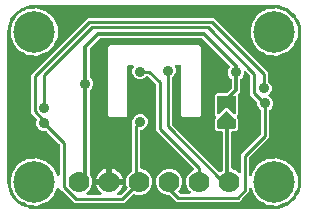
<source format=gbr>
G04 EAGLE Gerber RS-274X export*
G75*
%MOMM*%
%FSLAX34Y34*%
%LPD*%
%INBottom Copper*%
%IPPOS*%
%AMOC8*
5,1,8,0,0,1.08239X$1,22.5*%
G01*
%ADD10C,3.516000*%
%ADD11C,1.778000*%
%ADD12C,0.381000*%
%ADD13C,0.906400*%
%ADD14C,0.254000*%
%ADD15C,0.304800*%

G36*
X228622Y2543D02*
X228622Y2543D01*
X228700Y2545D01*
X232077Y2810D01*
X232145Y2824D01*
X232214Y2829D01*
X232370Y2869D01*
X238794Y4956D01*
X238901Y5006D01*
X239012Y5050D01*
X239063Y5083D01*
X239082Y5091D01*
X239097Y5104D01*
X239148Y5136D01*
X244612Y9107D01*
X244699Y9188D01*
X244746Y9227D01*
X244752Y9231D01*
X244753Y9233D01*
X244791Y9264D01*
X244829Y9310D01*
X244844Y9324D01*
X244855Y9341D01*
X244893Y9387D01*
X246586Y11717D01*
X246599Y11741D01*
X246616Y11761D01*
X246675Y11879D01*
X246739Y11996D01*
X246746Y12022D01*
X246758Y12046D01*
X246785Y12174D01*
X246799Y12185D01*
X246823Y12196D01*
X246925Y12281D01*
X247031Y12361D01*
X247048Y12382D01*
X247068Y12398D01*
X247171Y12522D01*
X248864Y14852D01*
X248921Y14956D01*
X248985Y15056D01*
X249007Y15113D01*
X249017Y15131D01*
X249022Y15151D01*
X249044Y15206D01*
X251131Y21630D01*
X251144Y21698D01*
X251167Y21764D01*
X251190Y21923D01*
X251455Y25300D01*
X251455Y25304D01*
X251456Y25307D01*
X251455Y25326D01*
X251459Y25400D01*
X251459Y152400D01*
X251457Y152422D01*
X251455Y152500D01*
X251190Y155877D01*
X251176Y155945D01*
X251171Y156014D01*
X251131Y156170D01*
X249044Y162594D01*
X248993Y162701D01*
X248950Y162812D01*
X248917Y162863D01*
X248909Y162882D01*
X248896Y162897D01*
X248864Y162948D01*
X247171Y165278D01*
X247153Y165297D01*
X247139Y165320D01*
X247044Y165413D01*
X246953Y165509D01*
X246931Y165524D01*
X246912Y165542D01*
X246798Y165608D01*
X246792Y165624D01*
X246789Y165651D01*
X246740Y165775D01*
X246697Y165900D01*
X246682Y165922D01*
X246672Y165947D01*
X246586Y166083D01*
X244893Y168413D01*
X244812Y168499D01*
X244736Y168591D01*
X244690Y168629D01*
X244676Y168644D01*
X244658Y168655D01*
X244612Y168693D01*
X239148Y172664D01*
X239044Y172721D01*
X238944Y172785D01*
X238887Y172807D01*
X238869Y172817D01*
X238849Y172822D01*
X238794Y172844D01*
X232370Y174931D01*
X232302Y174944D01*
X232236Y174967D01*
X232077Y174990D01*
X228700Y175255D01*
X228678Y175254D01*
X228600Y175259D01*
X25400Y175259D01*
X25378Y175257D01*
X25300Y175255D01*
X21923Y174990D01*
X21855Y174976D01*
X21786Y174971D01*
X21630Y174931D01*
X18892Y174041D01*
X18867Y174030D01*
X18841Y174024D01*
X18724Y173963D01*
X18604Y173906D01*
X18583Y173889D01*
X18560Y173877D01*
X18462Y173789D01*
X18445Y173788D01*
X18418Y173793D01*
X18286Y173785D01*
X18153Y173783D01*
X18128Y173775D01*
X18101Y173774D01*
X17945Y173734D01*
X15206Y172844D01*
X15099Y172794D01*
X14988Y172750D01*
X14937Y172717D01*
X14918Y172709D01*
X14903Y172696D01*
X14852Y172664D01*
X9388Y168693D01*
X9301Y168612D01*
X9209Y168536D01*
X9171Y168490D01*
X9156Y168476D01*
X9145Y168458D01*
X9107Y168412D01*
X5136Y162948D01*
X5079Y162844D01*
X5015Y162744D01*
X4993Y162687D01*
X4983Y162669D01*
X4978Y162649D01*
X4956Y162594D01*
X2869Y156170D01*
X2856Y156102D01*
X2833Y156036D01*
X2810Y155877D01*
X2545Y152500D01*
X2546Y152478D01*
X2541Y152400D01*
X2541Y25400D01*
X2543Y25378D01*
X2545Y25300D01*
X2810Y21923D01*
X2824Y21855D01*
X2829Y21786D01*
X2869Y21630D01*
X4956Y15206D01*
X5006Y15099D01*
X5050Y14988D01*
X5083Y14937D01*
X5091Y14918D01*
X5104Y14903D01*
X5136Y14852D01*
X9107Y9388D01*
X9127Y9366D01*
X9138Y9348D01*
X9184Y9305D01*
X9188Y9301D01*
X9264Y9209D01*
X9310Y9171D01*
X9324Y9156D01*
X9342Y9145D01*
X9388Y9107D01*
X14852Y5136D01*
X14956Y5079D01*
X15056Y5015D01*
X15113Y4993D01*
X15131Y4983D01*
X15151Y4978D01*
X15206Y4956D01*
X17945Y4066D01*
X17971Y4061D01*
X17996Y4051D01*
X18127Y4031D01*
X18257Y4006D01*
X18284Y4008D01*
X18310Y4004D01*
X18441Y4018D01*
X18455Y4008D01*
X18474Y3989D01*
X18585Y3917D01*
X18694Y3842D01*
X18719Y3832D01*
X18742Y3818D01*
X18891Y3759D01*
X21630Y2869D01*
X21698Y2856D01*
X21764Y2833D01*
X21923Y2810D01*
X25300Y2545D01*
X25322Y2546D01*
X25400Y2541D01*
X228600Y2541D01*
X228622Y2543D01*
G37*
%LPC*%
G36*
X226876Y5780D02*
X226876Y5780D01*
X226858Y5780D01*
X226743Y5787D01*
X224699Y5787D01*
X224151Y6014D01*
X224052Y6041D01*
X223957Y6077D01*
X223865Y6092D01*
X223844Y6098D01*
X223831Y6098D01*
X223798Y6104D01*
X222379Y6253D01*
X219415Y7964D01*
X219413Y7965D01*
X219410Y7967D01*
X219266Y8038D01*
X217490Y8773D01*
X216893Y9370D01*
X216826Y9422D01*
X216765Y9483D01*
X216651Y9558D01*
X216642Y9565D01*
X216638Y9567D01*
X216631Y9572D01*
X215129Y10439D01*
X213339Y12903D01*
X213326Y12917D01*
X213316Y12933D01*
X213209Y13054D01*
X211973Y14290D01*
X211557Y15296D01*
X211522Y15356D01*
X211497Y15420D01*
X211411Y15556D01*
X210208Y17211D01*
X209649Y19845D01*
X209640Y19870D01*
X209636Y19896D01*
X209588Y20020D01*
X209544Y20145D01*
X209529Y20167D01*
X209519Y20192D01*
X209441Y20299D01*
X209368Y20410D01*
X209348Y20428D01*
X209333Y20449D01*
X209230Y20534D01*
X209132Y20623D01*
X209108Y20635D01*
X209088Y20652D01*
X208968Y20708D01*
X208850Y20770D01*
X208824Y20776D01*
X208800Y20788D01*
X208670Y20812D01*
X208540Y20843D01*
X208514Y20842D01*
X208487Y20847D01*
X208355Y20839D01*
X208222Y20836D01*
X208197Y20829D01*
X208170Y20828D01*
X208044Y20787D01*
X207916Y20751D01*
X207893Y20738D01*
X207868Y20730D01*
X207755Y20659D01*
X207640Y20592D01*
X207621Y20574D01*
X207599Y20559D01*
X207508Y20463D01*
X207413Y20370D01*
X207399Y20347D01*
X207381Y20328D01*
X207317Y20212D01*
X207248Y20098D01*
X207240Y20073D01*
X207227Y20049D01*
X207194Y19921D01*
X207156Y19794D01*
X207155Y19767D01*
X207148Y19741D01*
X207138Y19581D01*
X207138Y17047D01*
X204832Y14741D01*
X204831Y14741D01*
X201159Y11069D01*
X198853Y8762D01*
X145952Y8762D01*
X140609Y14106D01*
X140530Y14166D01*
X140458Y14234D01*
X140405Y14263D01*
X140357Y14300D01*
X140266Y14340D01*
X140180Y14388D01*
X140121Y14403D01*
X140066Y14427D01*
X139968Y14442D01*
X139872Y14467D01*
X139772Y14473D01*
X139752Y14477D01*
X139739Y14475D01*
X139711Y14477D01*
X137527Y14477D01*
X133513Y16140D01*
X130440Y19213D01*
X128777Y23227D01*
X128777Y27573D01*
X130440Y31587D01*
X133513Y34660D01*
X137527Y36323D01*
X141873Y36323D01*
X145887Y34660D01*
X148960Y31587D01*
X150623Y27573D01*
X150623Y23227D01*
X148960Y19213D01*
X147799Y18052D01*
X147726Y17958D01*
X147647Y17869D01*
X147629Y17833D01*
X147604Y17801D01*
X147557Y17691D01*
X147503Y17585D01*
X147494Y17546D01*
X147478Y17509D01*
X147459Y17391D01*
X147433Y17275D01*
X147434Y17235D01*
X147428Y17195D01*
X147439Y17076D01*
X147443Y16957D01*
X147454Y16918D01*
X147458Y16878D01*
X147498Y16766D01*
X147531Y16652D01*
X147551Y16617D01*
X147565Y16579D01*
X147632Y16480D01*
X147693Y16378D01*
X147732Y16332D01*
X147744Y16316D01*
X147759Y16302D01*
X147799Y16257D01*
X148316Y15739D01*
X148395Y15679D01*
X148467Y15611D01*
X148520Y15582D01*
X148568Y15545D01*
X148658Y15505D01*
X148745Y15457D01*
X148804Y15442D01*
X148859Y15418D01*
X148957Y15403D01*
X149053Y15378D01*
X149153Y15372D01*
X149174Y15368D01*
X149186Y15370D01*
X149214Y15368D01*
X156621Y15368D01*
X156758Y15385D01*
X156897Y15398D01*
X156916Y15405D01*
X156937Y15408D01*
X157065Y15459D01*
X157197Y15506D01*
X157213Y15517D01*
X157232Y15525D01*
X157345Y15606D01*
X157460Y15684D01*
X157473Y15700D01*
X157490Y15711D01*
X157578Y15819D01*
X157670Y15923D01*
X157679Y15941D01*
X157692Y15956D01*
X157752Y16082D01*
X157815Y16206D01*
X157819Y16226D01*
X157828Y16244D01*
X157854Y16380D01*
X157884Y16516D01*
X157884Y16537D01*
X157888Y16556D01*
X157879Y16695D01*
X157875Y16834D01*
X157869Y16854D01*
X157868Y16874D01*
X157825Y17006D01*
X157786Y17140D01*
X157776Y17157D01*
X157770Y17176D01*
X157695Y17294D01*
X157625Y17414D01*
X157606Y17435D01*
X157600Y17445D01*
X157585Y17459D01*
X157518Y17534D01*
X155840Y19213D01*
X154177Y23227D01*
X154177Y27573D01*
X155840Y31587D01*
X158913Y34660D01*
X159765Y35013D01*
X159808Y35037D01*
X159855Y35054D01*
X159946Y35116D01*
X160041Y35170D01*
X160077Y35205D01*
X160118Y35233D01*
X160191Y35315D01*
X160269Y35392D01*
X160295Y35434D01*
X160328Y35471D01*
X160378Y35569D01*
X160436Y35663D01*
X160450Y35710D01*
X160473Y35754D01*
X160497Y35862D01*
X160529Y35967D01*
X160532Y36016D01*
X160542Y36065D01*
X160539Y36175D01*
X160544Y36284D01*
X160534Y36333D01*
X160533Y36383D01*
X160502Y36488D01*
X160480Y36596D01*
X160458Y36640D01*
X160444Y36688D01*
X160389Y36783D01*
X160340Y36881D01*
X160308Y36919D01*
X160283Y36962D01*
X160176Y37083D01*
X128142Y69117D01*
X128142Y107961D01*
X128130Y108059D01*
X128127Y108158D01*
X128110Y108217D01*
X128102Y108277D01*
X128066Y108369D01*
X128038Y108464D01*
X128008Y108516D01*
X127985Y108572D01*
X127927Y108652D01*
X127877Y108738D01*
X127811Y108813D01*
X127799Y108830D01*
X127789Y108838D01*
X127771Y108859D01*
X121949Y114680D01*
X121855Y114753D01*
X121766Y114832D01*
X121730Y114850D01*
X121698Y114875D01*
X121588Y114922D01*
X121483Y114977D01*
X121443Y114985D01*
X121406Y115001D01*
X121288Y115020D01*
X121172Y115046D01*
X121132Y115045D01*
X121092Y115051D01*
X120973Y115040D01*
X120854Y115037D01*
X120815Y115025D01*
X120775Y115021D01*
X120663Y114981D01*
X120549Y114948D01*
X120514Y114928D01*
X120476Y114914D01*
X120377Y114847D01*
X120275Y114787D01*
X120230Y114747D01*
X120213Y114735D01*
X120199Y114720D01*
X120154Y114680D01*
X118654Y113180D01*
X116241Y112180D01*
X113629Y112180D01*
X111216Y113180D01*
X109370Y115026D01*
X108370Y117439D01*
X108370Y120051D01*
X109466Y122697D01*
X109474Y122725D01*
X109508Y122797D01*
X109512Y122816D01*
X109519Y122833D01*
X109541Y122971D01*
X109550Y123004D01*
X109550Y123019D01*
X109568Y123110D01*
X109567Y123128D01*
X109570Y123147D01*
X109557Y123287D01*
X109555Y123313D01*
X109555Y123322D01*
X109554Y123326D01*
X109548Y123427D01*
X109542Y123445D01*
X109540Y123464D01*
X109493Y123596D01*
X109450Y123729D01*
X109440Y123745D01*
X109434Y123763D01*
X109355Y123880D01*
X109280Y123998D01*
X109266Y124011D01*
X109255Y124027D01*
X109151Y124120D01*
X109048Y124216D01*
X109032Y124225D01*
X109018Y124238D01*
X108892Y124302D01*
X108770Y124370D01*
X108751Y124374D01*
X108735Y124383D01*
X108597Y124414D01*
X108462Y124449D01*
X108436Y124451D01*
X108424Y124453D01*
X108404Y124453D01*
X108301Y124459D01*
X105410Y124459D01*
X105292Y124444D01*
X105173Y124437D01*
X105135Y124424D01*
X105094Y124419D01*
X104984Y124376D01*
X104871Y124339D01*
X104836Y124317D01*
X104799Y124302D01*
X104703Y124233D01*
X104602Y124169D01*
X104574Y124139D01*
X104541Y124116D01*
X104465Y124024D01*
X104384Y123937D01*
X104364Y123902D01*
X104339Y123871D01*
X104288Y123763D01*
X104230Y123659D01*
X104220Y123619D01*
X104203Y123583D01*
X104181Y123466D01*
X104151Y123351D01*
X104147Y123291D01*
X104143Y123271D01*
X104145Y123250D01*
X104141Y123190D01*
X104141Y81498D01*
X102652Y80009D01*
X89118Y80009D01*
X87629Y81498D01*
X87629Y139482D01*
X89118Y140971D01*
X164882Y140971D01*
X166371Y139482D01*
X166371Y81498D01*
X164882Y80009D01*
X151348Y80009D01*
X149859Y81498D01*
X149859Y123190D01*
X149844Y123308D01*
X149837Y123427D01*
X149824Y123465D01*
X149819Y123506D01*
X149776Y123616D01*
X149739Y123729D01*
X149717Y123764D01*
X149702Y123801D01*
X149633Y123897D01*
X149569Y123998D01*
X149539Y124026D01*
X149516Y124059D01*
X149424Y124135D01*
X149337Y124216D01*
X149302Y124236D01*
X149271Y124261D01*
X149163Y124312D01*
X149059Y124370D01*
X149019Y124380D01*
X148983Y124397D01*
X148866Y124419D01*
X148751Y124449D01*
X148691Y124453D01*
X148671Y124457D01*
X148650Y124455D01*
X148590Y124459D01*
X145331Y124459D01*
X145282Y124453D01*
X145232Y124455D01*
X145125Y124433D01*
X145016Y124419D01*
X144969Y124401D01*
X144921Y124391D01*
X144822Y124343D01*
X144720Y124302D01*
X144680Y124273D01*
X144635Y124251D01*
X144552Y124180D01*
X144463Y124116D01*
X144431Y124077D01*
X144393Y124045D01*
X144330Y123955D01*
X144260Y123871D01*
X144239Y123826D01*
X144210Y123785D01*
X144171Y123682D01*
X144124Y123583D01*
X144115Y123534D01*
X144097Y123488D01*
X144085Y123378D01*
X144065Y123271D01*
X144068Y123221D01*
X144062Y123172D01*
X144078Y123063D01*
X144084Y122953D01*
X144100Y122906D01*
X144107Y122857D01*
X144159Y122704D01*
X144995Y120686D01*
X144995Y118074D01*
X143995Y115661D01*
X142104Y113771D01*
X142044Y113692D01*
X141976Y113620D01*
X141947Y113567D01*
X141910Y113519D01*
X141870Y113428D01*
X141822Y113342D01*
X141807Y113283D01*
X141783Y113227D01*
X141768Y113129D01*
X141743Y113034D01*
X141737Y112934D01*
X141733Y112913D01*
X141735Y112901D01*
X141733Y112873D01*
X141733Y74284D01*
X141745Y74186D01*
X141748Y74087D01*
X141765Y74028D01*
X141773Y73968D01*
X141809Y73876D01*
X141837Y73781D01*
X141867Y73729D01*
X141890Y73673D01*
X141948Y73593D01*
X141998Y73507D01*
X142064Y73432D01*
X142076Y73415D01*
X142086Y73407D01*
X142104Y73386D01*
X181674Y33816D01*
X181769Y33743D01*
X181858Y33665D01*
X181894Y33646D01*
X181926Y33621D01*
X182035Y33574D01*
X182141Y33520D01*
X182180Y33511D01*
X182217Y33495D01*
X182335Y33476D01*
X182451Y33450D01*
X182492Y33452D01*
X182532Y33445D01*
X182650Y33456D01*
X182769Y33460D01*
X182808Y33471D01*
X182848Y33475D01*
X182960Y33515D01*
X183075Y33548D01*
X183109Y33569D01*
X183147Y33583D01*
X183246Y33650D01*
X183349Y33710D01*
X183394Y33750D01*
X183411Y33761D01*
X183424Y33777D01*
X183469Y33816D01*
X184319Y34666D01*
X184418Y34729D01*
X184531Y34793D01*
X184552Y34814D01*
X184577Y34830D01*
X184666Y34924D01*
X184759Y35015D01*
X184775Y35040D01*
X184795Y35061D01*
X184858Y35175D01*
X184926Y35286D01*
X184934Y35314D01*
X184949Y35340D01*
X184981Y35465D01*
X185019Y35590D01*
X185021Y35619D01*
X185028Y35648D01*
X185038Y35808D01*
X185038Y67183D01*
X185023Y67301D01*
X185016Y67420D01*
X185003Y67458D01*
X184998Y67499D01*
X184955Y67609D01*
X184918Y67722D01*
X184896Y67757D01*
X184881Y67794D01*
X184812Y67890D01*
X184748Y67991D01*
X184718Y68019D01*
X184695Y68052D01*
X184603Y68128D01*
X184516Y68209D01*
X184481Y68229D01*
X184450Y68254D01*
X184342Y68305D01*
X184238Y68363D01*
X184198Y68373D01*
X184162Y68390D01*
X184045Y68412D01*
X183930Y68442D01*
X183870Y68446D01*
X183850Y68450D01*
X183829Y68448D01*
X183769Y68452D01*
X180278Y68452D01*
X180225Y68466D01*
X180125Y68472D01*
X180104Y68476D01*
X180092Y68474D01*
X180064Y68476D01*
X179831Y68476D01*
X178045Y70262D01*
X178045Y78503D01*
X179104Y79561D01*
X179169Y79646D01*
X179242Y79725D01*
X179267Y79771D01*
X179299Y79813D01*
X179341Y79911D01*
X179392Y80005D01*
X179404Y80056D01*
X179425Y80104D01*
X179442Y80210D01*
X179467Y80314D01*
X179467Y80367D01*
X179475Y80418D01*
X179465Y80525D01*
X179464Y80632D01*
X179450Y80683D01*
X179445Y80735D01*
X179409Y80836D01*
X179381Y80939D01*
X179355Y80985D01*
X179337Y81034D01*
X179277Y81123D01*
X179225Y81216D01*
X179171Y81279D01*
X179159Y81298D01*
X179147Y81308D01*
X179121Y81339D01*
X178927Y81541D01*
X178921Y81545D01*
X178910Y81558D01*
X178021Y82446D01*
X178045Y83702D01*
X178044Y83709D01*
X178045Y83726D01*
X178045Y98648D01*
X179831Y100434D01*
X180064Y100434D01*
X180163Y100446D01*
X180262Y100449D01*
X180291Y100458D01*
X188247Y100458D01*
X188345Y100470D01*
X188444Y100473D01*
X188502Y100490D01*
X188563Y100498D01*
X188655Y100534D01*
X188750Y100562D01*
X188802Y100592D01*
X188858Y100615D01*
X188938Y100673D01*
X189024Y100723D01*
X189099Y100789D01*
X189116Y100801D01*
X189123Y100811D01*
X189145Y100829D01*
X192232Y103916D01*
X192292Y103995D01*
X192360Y104067D01*
X192389Y104120D01*
X192426Y104168D01*
X192466Y104259D01*
X192514Y104345D01*
X192529Y104404D01*
X192553Y104460D01*
X192568Y104558D01*
X192593Y104653D01*
X192599Y104753D01*
X192603Y104774D01*
X192601Y104786D01*
X192603Y104814D01*
X192603Y111857D01*
X192591Y111955D01*
X192588Y112054D01*
X192571Y112113D01*
X192563Y112173D01*
X192527Y112265D01*
X192499Y112360D01*
X192469Y112412D01*
X192446Y112468D01*
X192388Y112548D01*
X192338Y112634D01*
X192272Y112709D01*
X192260Y112726D01*
X192250Y112733D01*
X192232Y112755D01*
X190595Y114391D01*
X189595Y116804D01*
X189595Y119416D01*
X190595Y121829D01*
X190673Y121907D01*
X190746Y122001D01*
X190825Y122090D01*
X190843Y122126D01*
X190868Y122158D01*
X190915Y122267D01*
X190969Y122374D01*
X190978Y122413D01*
X190994Y122450D01*
X191013Y122568D01*
X191039Y122684D01*
X191038Y122724D01*
X191044Y122764D01*
X191033Y122882D01*
X191029Y123002D01*
X191018Y123041D01*
X191014Y123081D01*
X190974Y123193D01*
X190941Y123307D01*
X190921Y123342D01*
X190907Y123380D01*
X190840Y123479D01*
X190779Y123581D01*
X190740Y123626D01*
X190728Y123643D01*
X190713Y123657D01*
X190673Y123702D01*
X167555Y146821D01*
X167476Y146881D01*
X167404Y146949D01*
X167351Y146978D01*
X167303Y147015D01*
X167212Y147055D01*
X167126Y147103D01*
X167067Y147118D01*
X167011Y147142D01*
X166913Y147157D01*
X166818Y147182D01*
X166718Y147188D01*
X166697Y147192D01*
X166685Y147190D01*
X166657Y147192D01*
X81468Y147192D01*
X81370Y147180D01*
X81271Y147177D01*
X81213Y147160D01*
X81152Y147152D01*
X81060Y147116D01*
X80965Y147088D01*
X80913Y147058D01*
X80857Y147035D01*
X80777Y146977D01*
X80691Y146927D01*
X80616Y146861D01*
X80599Y146849D01*
X80592Y146839D01*
X80570Y146821D01*
X72508Y138759D01*
X72448Y138680D01*
X72380Y138608D01*
X72351Y138555D01*
X72314Y138507D01*
X72274Y138416D01*
X72226Y138330D01*
X72211Y138271D01*
X72187Y138215D01*
X72172Y138117D01*
X72147Y138022D01*
X72141Y137922D01*
X72137Y137901D01*
X72139Y137889D01*
X72137Y137861D01*
X72137Y114838D01*
X72149Y114740D01*
X72152Y114641D01*
X72169Y114582D01*
X72177Y114522D01*
X72213Y114430D01*
X72241Y114335D01*
X72271Y114283D01*
X72294Y114227D01*
X72352Y114147D01*
X72402Y114061D01*
X72468Y113986D01*
X72480Y113969D01*
X72490Y113962D01*
X72508Y113940D01*
X74145Y112304D01*
X75145Y109891D01*
X75145Y107279D01*
X74145Y104866D01*
X72508Y103230D01*
X72448Y103151D01*
X72380Y103079D01*
X72351Y103026D01*
X72314Y102978D01*
X72274Y102887D01*
X72226Y102801D01*
X72211Y102742D01*
X72187Y102686D01*
X72172Y102588D01*
X72147Y102493D01*
X72141Y102393D01*
X72137Y102372D01*
X72139Y102360D01*
X72137Y102332D01*
X72137Y32736D01*
X72149Y32638D01*
X72152Y32539D01*
X72169Y32481D01*
X72177Y32421D01*
X72213Y32328D01*
X72241Y32233D01*
X72271Y32181D01*
X72294Y32125D01*
X72352Y32045D01*
X72402Y31959D01*
X72468Y31884D01*
X72480Y31868D01*
X72490Y31860D01*
X72508Y31839D01*
X72760Y31587D01*
X74423Y27573D01*
X74423Y23227D01*
X72760Y19213D01*
X69812Y16264D01*
X69726Y16155D01*
X69638Y16048D01*
X69629Y16029D01*
X69617Y16013D01*
X69561Y15885D01*
X69502Y15760D01*
X69498Y15740D01*
X69490Y15721D01*
X69468Y15583D01*
X69442Y15447D01*
X69444Y15427D01*
X69440Y15407D01*
X69453Y15268D01*
X69462Y15130D01*
X69468Y15111D01*
X69470Y15091D01*
X69517Y14959D01*
X69560Y14828D01*
X69571Y14810D01*
X69578Y14791D01*
X69656Y14676D01*
X69730Y14559D01*
X69745Y14545D01*
X69756Y14528D01*
X69861Y14436D01*
X69962Y14341D01*
X69980Y14331D01*
X69995Y14318D01*
X70119Y14254D01*
X70240Y14187D01*
X70260Y14182D01*
X70278Y14173D01*
X70414Y14143D01*
X70548Y14108D01*
X70576Y14106D01*
X70588Y14103D01*
X70609Y14104D01*
X70709Y14098D01*
X81103Y14098D01*
X81182Y14108D01*
X81262Y14108D01*
X81339Y14128D01*
X81418Y14138D01*
X81492Y14167D01*
X81570Y14187D01*
X81640Y14225D01*
X81714Y14255D01*
X81779Y14301D01*
X81848Y14340D01*
X81907Y14394D01*
X81971Y14441D01*
X82022Y14503D01*
X82080Y14557D01*
X82123Y14625D01*
X82174Y14686D01*
X82208Y14758D01*
X82251Y14826D01*
X82276Y14902D01*
X82310Y14974D01*
X82325Y15052D01*
X82349Y15128D01*
X82354Y15208D01*
X82369Y15286D01*
X82365Y15366D01*
X82370Y15446D01*
X82355Y15524D01*
X82350Y15604D01*
X82325Y15680D01*
X82310Y15758D01*
X82276Y15830D01*
X82252Y15906D01*
X82209Y15974D01*
X82175Y16046D01*
X82124Y16108D01*
X82082Y16175D01*
X82024Y16230D01*
X81973Y16291D01*
X81851Y16392D01*
X81850Y16393D01*
X81849Y16393D01*
X81849Y16394D01*
X81453Y16681D01*
X80181Y17953D01*
X79123Y19409D01*
X78307Y21012D01*
X77751Y22723D01*
X77723Y22901D01*
X87670Y22901D01*
X87788Y22916D01*
X87907Y22923D01*
X87945Y22935D01*
X87985Y22941D01*
X88096Y22984D01*
X88209Y23021D01*
X88243Y23043D01*
X88281Y23058D01*
X88377Y23127D01*
X88478Y23191D01*
X88506Y23221D01*
X88538Y23244D01*
X88614Y23336D01*
X88696Y23423D01*
X88715Y23458D01*
X88741Y23489D01*
X88792Y23597D01*
X88849Y23701D01*
X88859Y23741D01*
X88877Y23777D01*
X88897Y23884D01*
X88901Y23854D01*
X88945Y23744D01*
X88981Y23631D01*
X89003Y23596D01*
X89018Y23559D01*
X89088Y23462D01*
X89151Y23362D01*
X89181Y23334D01*
X89205Y23301D01*
X89296Y23225D01*
X89383Y23144D01*
X89418Y23124D01*
X89450Y23099D01*
X89557Y23048D01*
X89662Y22990D01*
X89701Y22980D01*
X89737Y22963D01*
X89854Y22941D01*
X89970Y22911D01*
X90030Y22907D01*
X90050Y22903D01*
X90070Y22905D01*
X90130Y22901D01*
X100077Y22901D01*
X100049Y22723D01*
X99493Y21012D01*
X98677Y19409D01*
X97619Y17953D01*
X96347Y16681D01*
X95951Y16394D01*
X95893Y16339D01*
X95829Y16293D01*
X95778Y16231D01*
X95719Y16176D01*
X95677Y16109D01*
X95626Y16048D01*
X95592Y15975D01*
X95549Y15908D01*
X95524Y15832D01*
X95490Y15760D01*
X95475Y15681D01*
X95451Y15605D01*
X95445Y15526D01*
X95431Y15447D01*
X95435Y15368D01*
X95430Y15288D01*
X95445Y15210D01*
X95450Y15130D01*
X95475Y15054D01*
X95490Y14975D01*
X95524Y14903D01*
X95548Y14828D01*
X95591Y14760D01*
X95625Y14688D01*
X95676Y14626D01*
X95718Y14559D01*
X95777Y14504D01*
X95828Y14442D01*
X95892Y14396D01*
X95950Y14341D01*
X96020Y14302D01*
X96085Y14255D01*
X96159Y14226D01*
X96229Y14187D01*
X96306Y14167D01*
X96380Y14138D01*
X96459Y14128D01*
X96537Y14108D01*
X96694Y14098D01*
X96696Y14098D01*
X96697Y14098D01*
X97801Y14098D01*
X97899Y14110D01*
X97998Y14113D01*
X98057Y14130D01*
X98117Y14138D01*
X98209Y14174D01*
X98304Y14202D01*
X98356Y14232D01*
X98412Y14255D01*
X98492Y14313D01*
X98578Y14363D01*
X98653Y14429D01*
X98670Y14441D01*
X98678Y14451D01*
X98699Y14469D01*
X103972Y19743D01*
X103991Y19767D01*
X104013Y19786D01*
X104088Y19892D01*
X104167Y19994D01*
X104179Y20022D01*
X104196Y20046D01*
X104242Y20167D01*
X104294Y20286D01*
X104298Y20315D01*
X104309Y20343D01*
X104323Y20472D01*
X104344Y20600D01*
X104341Y20630D01*
X104344Y20659D01*
X104326Y20788D01*
X104314Y20917D01*
X104304Y20945D01*
X104300Y20974D01*
X104248Y21126D01*
X103377Y23227D01*
X103377Y27573D01*
X105040Y31587D01*
X108086Y34633D01*
X108146Y34711D01*
X108214Y34783D01*
X108243Y34836D01*
X108280Y34884D01*
X108320Y34975D01*
X108368Y35061D01*
X108383Y35120D01*
X108407Y35176D01*
X108422Y35274D01*
X108447Y35369D01*
X108452Y35446D01*
X108455Y35461D01*
X108454Y35473D01*
X108457Y35490D01*
X108455Y35502D01*
X108457Y35530D01*
X108457Y74432D01*
X108456Y74441D01*
X108457Y74450D01*
X108436Y74599D01*
X108417Y74747D01*
X108414Y74756D01*
X108413Y74765D01*
X108370Y74889D01*
X108370Y77506D01*
X109370Y79919D01*
X111216Y81765D01*
X113629Y82765D01*
X116241Y82765D01*
X118654Y81765D01*
X120500Y79919D01*
X121500Y77506D01*
X121500Y74894D01*
X120500Y72481D01*
X118654Y70635D01*
X116203Y69620D01*
X116095Y69613D01*
X116057Y69600D01*
X116016Y69595D01*
X115906Y69552D01*
X115793Y69515D01*
X115758Y69493D01*
X115721Y69478D01*
X115625Y69409D01*
X115524Y69345D01*
X115496Y69315D01*
X115463Y69292D01*
X115387Y69200D01*
X115306Y69113D01*
X115286Y69078D01*
X115261Y69047D01*
X115210Y68939D01*
X115152Y68835D01*
X115142Y68795D01*
X115125Y68759D01*
X115103Y68642D01*
X115073Y68527D01*
X115069Y68467D01*
X115065Y68447D01*
X115067Y68426D01*
X115063Y68366D01*
X115063Y37592D01*
X115078Y37474D01*
X115085Y37355D01*
X115098Y37317D01*
X115103Y37276D01*
X115146Y37166D01*
X115183Y37053D01*
X115205Y37018D01*
X115220Y36981D01*
X115289Y36885D01*
X115353Y36784D01*
X115383Y36756D01*
X115406Y36723D01*
X115498Y36647D01*
X115585Y36566D01*
X115620Y36546D01*
X115651Y36521D01*
X115759Y36470D01*
X115863Y36412D01*
X115903Y36402D01*
X115939Y36385D01*
X116056Y36363D01*
X116171Y36333D01*
X116231Y36329D01*
X116251Y36325D01*
X116272Y36327D01*
X116332Y36323D01*
X116473Y36323D01*
X120487Y34660D01*
X123560Y31587D01*
X125223Y27573D01*
X125223Y23227D01*
X123560Y19213D01*
X120487Y16140D01*
X116473Y14477D01*
X112127Y14477D01*
X110026Y15348D01*
X109998Y15355D01*
X109972Y15369D01*
X109845Y15397D01*
X109720Y15431D01*
X109690Y15432D01*
X109661Y15438D01*
X109532Y15434D01*
X109402Y15437D01*
X109373Y15430D01*
X109343Y15429D01*
X109219Y15393D01*
X109092Y15362D01*
X109066Y15349D01*
X109038Y15340D01*
X108926Y15274D01*
X108811Y15214D01*
X108789Y15194D01*
X108764Y15179D01*
X108643Y15072D01*
X101063Y7492D01*
X59495Y7492D01*
X49169Y17818D01*
X46608Y20379D01*
X46582Y20400D01*
X46560Y20424D01*
X46457Y20496D01*
X46357Y20574D01*
X46326Y20587D01*
X46299Y20606D01*
X46181Y20650D01*
X46065Y20700D01*
X46032Y20706D01*
X46001Y20717D01*
X45876Y20730D01*
X45751Y20750D01*
X45718Y20747D01*
X45685Y20751D01*
X45560Y20732D01*
X45434Y20721D01*
X45403Y20709D01*
X45370Y20705D01*
X45254Y20656D01*
X45135Y20613D01*
X45107Y20594D01*
X45077Y20582D01*
X44976Y20505D01*
X44872Y20434D01*
X44850Y20410D01*
X44823Y20390D01*
X44745Y20291D01*
X44661Y20196D01*
X44646Y20166D01*
X44626Y20141D01*
X44551Y19998D01*
X42263Y14859D01*
X42260Y14849D01*
X42250Y14829D01*
X41994Y14211D01*
X41975Y14187D01*
X41970Y14179D01*
X41968Y14175D01*
X41963Y14164D01*
X41900Y14044D01*
X41687Y13566D01*
X37853Y10114D01*
X37841Y10100D01*
X37805Y10068D01*
X36510Y8773D01*
X36441Y8745D01*
X36324Y8678D01*
X36204Y8615D01*
X36177Y8594D01*
X36165Y8587D01*
X36150Y8572D01*
X36078Y8515D01*
X35466Y7965D01*
X31302Y6612D01*
X31283Y6603D01*
X31209Y6577D01*
X29301Y5787D01*
X28965Y5787D01*
X28847Y5772D01*
X28729Y5765D01*
X28670Y5750D01*
X28650Y5747D01*
X28631Y5740D01*
X28573Y5725D01*
X27504Y5378D01*
X23676Y5780D01*
X23658Y5780D01*
X23543Y5787D01*
X21499Y5787D01*
X20951Y6014D01*
X20852Y6041D01*
X20757Y6077D01*
X20665Y6092D01*
X20644Y6098D01*
X20631Y6098D01*
X20598Y6104D01*
X19416Y6228D01*
X19390Y6227D01*
X19364Y6232D01*
X19231Y6224D01*
X19173Y6223D01*
X19147Y6250D01*
X19125Y6265D01*
X19106Y6283D01*
X18972Y6372D01*
X16215Y7964D01*
X16213Y7965D01*
X16210Y7967D01*
X16066Y8038D01*
X14290Y8773D01*
X13693Y9370D01*
X13626Y9422D01*
X13565Y9483D01*
X13451Y9558D01*
X13442Y9565D01*
X13438Y9567D01*
X13431Y9572D01*
X11929Y10439D01*
X10139Y12903D01*
X10126Y12917D01*
X10116Y12933D01*
X10009Y13054D01*
X8773Y14290D01*
X8357Y15296D01*
X8322Y15356D01*
X8297Y15420D01*
X8211Y15556D01*
X7008Y17211D01*
X6447Y19849D01*
X6436Y19883D01*
X6431Y19919D01*
X6379Y20071D01*
X5787Y21499D01*
X5787Y22822D01*
X5781Y22874D01*
X5783Y22926D01*
X5760Y23086D01*
X5268Y25400D01*
X5760Y27714D01*
X5764Y27767D01*
X5777Y27817D01*
X5787Y27978D01*
X5787Y29301D01*
X6379Y30729D01*
X6388Y30763D01*
X6404Y30795D01*
X6447Y30951D01*
X7008Y33589D01*
X8211Y35244D01*
X8244Y35305D01*
X8286Y35360D01*
X8357Y35504D01*
X8773Y36510D01*
X10009Y37746D01*
X10021Y37761D01*
X10036Y37773D01*
X10139Y37897D01*
X11929Y40361D01*
X13431Y41228D01*
X13499Y41280D01*
X13573Y41324D01*
X13675Y41414D01*
X13684Y41421D01*
X13687Y41424D01*
X13693Y41430D01*
X14290Y42027D01*
X16066Y42762D01*
X16068Y42764D01*
X16071Y42764D01*
X16215Y42836D01*
X19179Y44547D01*
X20598Y44696D01*
X20698Y44720D01*
X20799Y44734D01*
X20887Y44764D01*
X20908Y44769D01*
X20920Y44775D01*
X20951Y44786D01*
X21499Y45013D01*
X23543Y45013D01*
X23560Y45015D01*
X23676Y45020D01*
X27504Y45422D01*
X28573Y45075D01*
X28690Y45053D01*
X28805Y45023D01*
X28865Y45019D01*
X28885Y45015D01*
X28906Y45017D01*
X28965Y45013D01*
X29301Y45013D01*
X31209Y44223D01*
X31230Y44217D01*
X31303Y44188D01*
X35466Y42835D01*
X36078Y42285D01*
X36189Y42207D01*
X36297Y42126D01*
X36327Y42111D01*
X36339Y42103D01*
X36359Y42096D01*
X36441Y42055D01*
X36510Y42027D01*
X37805Y40732D01*
X37819Y40721D01*
X37853Y40686D01*
X41687Y37234D01*
X41900Y36756D01*
X41979Y36626D01*
X42250Y35971D01*
X42255Y35963D01*
X42263Y35941D01*
X44433Y31066D01*
X44461Y31020D01*
X44481Y30971D01*
X44543Y30885D01*
X44598Y30794D01*
X44636Y30757D01*
X44667Y30713D01*
X44749Y30646D01*
X44825Y30571D01*
X44871Y30545D01*
X44912Y30511D01*
X45009Y30465D01*
X45101Y30412D01*
X45152Y30398D01*
X45200Y30375D01*
X45304Y30355D01*
X45407Y30326D01*
X45460Y30325D01*
X45513Y30315D01*
X45618Y30322D01*
X45725Y30320D01*
X45777Y30332D01*
X45830Y30335D01*
X45931Y30368D01*
X46035Y30392D01*
X46082Y30417D01*
X46132Y30433D01*
X46222Y30490D01*
X46317Y30539D01*
X46356Y30575D01*
X46401Y30603D01*
X46474Y30681D01*
X46553Y30752D01*
X46583Y30796D01*
X46619Y30835D01*
X46670Y30928D01*
X46729Y31017D01*
X46747Y31067D01*
X46773Y31113D01*
X46799Y31216D01*
X46834Y31317D01*
X46839Y31370D01*
X46852Y31421D01*
X46862Y31582D01*
X46862Y56526D01*
X46850Y56624D01*
X46847Y56723D01*
X46830Y56782D01*
X46822Y56842D01*
X46786Y56934D01*
X46758Y57029D01*
X46728Y57081D01*
X46705Y57137D01*
X46647Y57217D01*
X46597Y57303D01*
X46531Y57378D01*
X46519Y57395D01*
X46509Y57403D01*
X46491Y57424D01*
X35921Y67994D01*
X35842Y68054D01*
X35770Y68122D01*
X35717Y68151D01*
X35669Y68188D01*
X35578Y68228D01*
X35492Y68276D01*
X35433Y68291D01*
X35378Y68315D01*
X35280Y68330D01*
X35184Y68355D01*
X35084Y68361D01*
X35063Y68365D01*
X35051Y68363D01*
X35023Y68365D01*
X32349Y68365D01*
X29936Y69365D01*
X28090Y71211D01*
X27090Y73624D01*
X27090Y76236D01*
X27599Y77463D01*
X27607Y77492D01*
X27620Y77518D01*
X27648Y77645D01*
X27683Y77770D01*
X27683Y77800D01*
X27690Y77828D01*
X27686Y77958D01*
X27688Y78088D01*
X27681Y78117D01*
X27680Y78146D01*
X27644Y78271D01*
X27614Y78397D01*
X27600Y78424D01*
X27592Y78452D01*
X27526Y78564D01*
X27465Y78678D01*
X27445Y78700D01*
X27430Y78726D01*
X27324Y78847D01*
X22518Y83652D01*
X22518Y116089D01*
X70514Y164085D01*
X177128Y164085D01*
X223009Y118204D01*
X223009Y111278D01*
X223021Y111180D01*
X223024Y111081D01*
X223041Y111022D01*
X223048Y110962D01*
X223085Y110870D01*
X223112Y110775D01*
X223143Y110723D01*
X223166Y110667D01*
X223224Y110587D01*
X223274Y110501D01*
X223340Y110426D01*
X223352Y110409D01*
X223362Y110402D01*
X223380Y110380D01*
X225271Y108490D01*
X226271Y106077D01*
X226271Y103465D01*
X225271Y101052D01*
X223945Y99726D01*
X223914Y99686D01*
X223877Y99653D01*
X223817Y99561D01*
X223750Y99474D01*
X223730Y99429D01*
X223703Y99387D01*
X223667Y99283D01*
X223623Y99183D01*
X223616Y99133D01*
X223599Y99086D01*
X223591Y98977D01*
X223574Y98869D01*
X223578Y98819D01*
X223574Y98769D01*
X223593Y98662D01*
X223603Y98552D01*
X223620Y98505D01*
X223629Y98456D01*
X223674Y98356D01*
X223711Y98253D01*
X223739Y98211D01*
X223759Y98166D01*
X223828Y98080D01*
X223890Y97989D01*
X223927Y97957D01*
X223958Y97918D01*
X224046Y97852D01*
X224128Y97779D01*
X224172Y97756D01*
X224212Y97727D01*
X224356Y97656D01*
X224603Y97553D01*
X226450Y95707D01*
X227450Y93294D01*
X227450Y90682D01*
X226450Y88269D01*
X224559Y86379D01*
X224499Y86300D01*
X224431Y86228D01*
X224402Y86175D01*
X224364Y86127D01*
X224325Y86036D01*
X224277Y85950D01*
X224262Y85891D01*
X224238Y85835D01*
X224222Y85737D01*
X224198Y85642D01*
X224191Y85542D01*
X224188Y85521D01*
X224189Y85509D01*
X224188Y85481D01*
X224188Y63307D01*
X207509Y46629D01*
X207449Y46550D01*
X207381Y46478D01*
X207352Y46425D01*
X207315Y46377D01*
X207275Y46286D01*
X207227Y46200D01*
X207212Y46141D01*
X207188Y46086D01*
X207173Y45988D01*
X207148Y45892D01*
X207142Y45792D01*
X207138Y45771D01*
X207140Y45759D01*
X207138Y45731D01*
X207138Y31219D01*
X207141Y31193D01*
X207139Y31166D01*
X207161Y31035D01*
X207178Y30904D01*
X207187Y30879D01*
X207192Y30853D01*
X207246Y30731D01*
X207295Y30608D01*
X207310Y30587D01*
X207321Y30562D01*
X207403Y30458D01*
X207481Y30351D01*
X207502Y30334D01*
X207519Y30313D01*
X207624Y30233D01*
X207726Y30148D01*
X207751Y30137D01*
X207772Y30120D01*
X207894Y30069D01*
X208014Y30012D01*
X208040Y30007D01*
X208065Y29997D01*
X208196Y29978D01*
X208326Y29953D01*
X208353Y29954D01*
X208379Y29950D01*
X208512Y29964D01*
X208644Y29972D01*
X208669Y29981D01*
X208696Y29983D01*
X208821Y30030D01*
X208946Y30070D01*
X208969Y30085D01*
X208994Y30094D01*
X209103Y30170D01*
X209215Y30241D01*
X209233Y30260D01*
X209255Y30275D01*
X209342Y30376D01*
X209433Y30472D01*
X209446Y30496D01*
X209463Y30516D01*
X209523Y30635D01*
X209587Y30751D01*
X209593Y30776D01*
X209605Y30800D01*
X209649Y30955D01*
X210208Y33589D01*
X211411Y35244D01*
X211444Y35305D01*
X211486Y35360D01*
X211557Y35504D01*
X211973Y36510D01*
X213209Y37746D01*
X213221Y37761D01*
X213236Y37773D01*
X213339Y37897D01*
X215129Y40361D01*
X216631Y41228D01*
X216699Y41280D01*
X216773Y41324D01*
X216875Y41414D01*
X216884Y41421D01*
X216887Y41424D01*
X216893Y41430D01*
X217490Y42027D01*
X219266Y42762D01*
X219268Y42764D01*
X219271Y42764D01*
X219415Y42836D01*
X222379Y44547D01*
X223798Y44696D01*
X223898Y44720D01*
X223999Y44734D01*
X224087Y44764D01*
X224108Y44769D01*
X224120Y44775D01*
X224151Y44786D01*
X224699Y45013D01*
X226743Y45013D01*
X226760Y45015D01*
X226876Y45020D01*
X230704Y45422D01*
X231773Y45075D01*
X231890Y45053D01*
X232005Y45023D01*
X232065Y45019D01*
X232085Y45015D01*
X232106Y45017D01*
X232165Y45013D01*
X232501Y45013D01*
X234409Y44223D01*
X234430Y44217D01*
X234503Y44188D01*
X238666Y42835D01*
X239278Y42285D01*
X239389Y42207D01*
X239497Y42126D01*
X239527Y42111D01*
X239539Y42103D01*
X239559Y42096D01*
X239641Y42055D01*
X239710Y42027D01*
X241005Y40732D01*
X241019Y40721D01*
X241053Y40686D01*
X244887Y37234D01*
X245100Y36756D01*
X245179Y36626D01*
X245450Y35971D01*
X245455Y35963D01*
X245463Y35941D01*
X248292Y29586D01*
X248292Y21214D01*
X245463Y14859D01*
X245460Y14849D01*
X245450Y14829D01*
X245194Y14211D01*
X245175Y14187D01*
X245170Y14178D01*
X245168Y14175D01*
X245163Y14165D01*
X245100Y14044D01*
X244985Y13785D01*
X244977Y13759D01*
X244964Y13736D01*
X244931Y13607D01*
X244914Y13552D01*
X244880Y13536D01*
X244860Y13519D01*
X244836Y13507D01*
X244710Y13407D01*
X241053Y10114D01*
X241041Y10100D01*
X241005Y10068D01*
X239710Y8773D01*
X239641Y8745D01*
X239524Y8678D01*
X239404Y8615D01*
X239377Y8594D01*
X239365Y8587D01*
X239350Y8572D01*
X239278Y8515D01*
X238666Y7965D01*
X234502Y6612D01*
X234483Y6603D01*
X234409Y6577D01*
X232501Y5787D01*
X232165Y5787D01*
X232047Y5772D01*
X231929Y5765D01*
X231870Y5750D01*
X231850Y5747D01*
X231831Y5740D01*
X231773Y5725D01*
X230704Y5378D01*
X226876Y5780D01*
G37*
%LPD*%
%LPC*%
G36*
X226876Y132780D02*
X226876Y132780D01*
X226858Y132780D01*
X226743Y132787D01*
X224699Y132787D01*
X224151Y133014D01*
X224052Y133041D01*
X223957Y133077D01*
X223865Y133092D01*
X223844Y133098D01*
X223831Y133098D01*
X223798Y133104D01*
X222379Y133253D01*
X219415Y134964D01*
X219413Y134965D01*
X219410Y134967D01*
X219266Y135038D01*
X217490Y135773D01*
X216893Y136370D01*
X216826Y136422D01*
X216765Y136483D01*
X216651Y136558D01*
X216642Y136565D01*
X216638Y136567D01*
X216631Y136572D01*
X215129Y137439D01*
X213339Y139903D01*
X213326Y139917D01*
X213316Y139933D01*
X213209Y140054D01*
X211973Y141290D01*
X211557Y142296D01*
X211522Y142356D01*
X211497Y142420D01*
X211411Y142556D01*
X210208Y144211D01*
X209647Y146849D01*
X209636Y146883D01*
X209631Y146919D01*
X209579Y147071D01*
X208987Y148499D01*
X208987Y149822D01*
X208981Y149874D01*
X208983Y149926D01*
X208960Y150086D01*
X208468Y152400D01*
X208960Y154714D01*
X208964Y154767D01*
X208977Y154817D01*
X208987Y154978D01*
X208987Y156301D01*
X209579Y157729D01*
X209588Y157763D01*
X209604Y157795D01*
X209647Y157951D01*
X210208Y160589D01*
X211411Y162244D01*
X211444Y162305D01*
X211486Y162360D01*
X211557Y162504D01*
X211973Y163510D01*
X213209Y164746D01*
X213221Y164761D01*
X213236Y164773D01*
X213339Y164897D01*
X215129Y167361D01*
X216631Y168228D01*
X216699Y168280D01*
X216773Y168324D01*
X216875Y168414D01*
X216884Y168421D01*
X216887Y168424D01*
X216893Y168430D01*
X217490Y169027D01*
X219266Y169762D01*
X219268Y169764D01*
X219271Y169764D01*
X219415Y169836D01*
X222379Y171547D01*
X223798Y171696D01*
X223898Y171720D01*
X223999Y171734D01*
X224087Y171764D01*
X224108Y171769D01*
X224120Y171775D01*
X224151Y171786D01*
X224699Y172013D01*
X226743Y172013D01*
X226760Y172015D01*
X226876Y172020D01*
X230704Y172422D01*
X231773Y172075D01*
X231890Y172053D01*
X232005Y172023D01*
X232065Y172019D01*
X232085Y172015D01*
X232106Y172017D01*
X232165Y172013D01*
X232501Y172013D01*
X234409Y171222D01*
X234430Y171217D01*
X234503Y171188D01*
X238666Y169835D01*
X239278Y169285D01*
X239389Y169207D01*
X239497Y169126D01*
X239527Y169111D01*
X239539Y169103D01*
X239559Y169096D01*
X239641Y169055D01*
X239710Y169027D01*
X241005Y167732D01*
X241019Y167721D01*
X241053Y167686D01*
X244710Y164393D01*
X244732Y164378D01*
X244750Y164359D01*
X244862Y164287D01*
X244910Y164254D01*
X244914Y164217D01*
X244924Y164192D01*
X244929Y164166D01*
X244985Y164015D01*
X245100Y163756D01*
X245179Y163626D01*
X245450Y162971D01*
X245455Y162962D01*
X245463Y162941D01*
X248292Y156586D01*
X248292Y148214D01*
X245463Y141859D01*
X245460Y141849D01*
X245450Y141829D01*
X245194Y141211D01*
X245175Y141187D01*
X245170Y141179D01*
X245168Y141175D01*
X245163Y141164D01*
X245100Y141044D01*
X244887Y140566D01*
X241053Y137114D01*
X241041Y137100D01*
X241005Y137068D01*
X239710Y135773D01*
X239641Y135745D01*
X239524Y135678D01*
X239404Y135615D01*
X239377Y135594D01*
X239365Y135587D01*
X239350Y135572D01*
X239278Y135515D01*
X238666Y134965D01*
X234502Y133612D01*
X234483Y133603D01*
X234409Y133577D01*
X232501Y132787D01*
X232165Y132787D01*
X232047Y132772D01*
X231929Y132765D01*
X231870Y132750D01*
X231850Y132747D01*
X231831Y132740D01*
X231773Y132725D01*
X230704Y132378D01*
X226876Y132780D01*
G37*
%LPD*%
%LPC*%
G36*
X23676Y132780D02*
X23676Y132780D01*
X23658Y132780D01*
X23543Y132787D01*
X21499Y132787D01*
X20951Y133014D01*
X20852Y133041D01*
X20757Y133077D01*
X20665Y133092D01*
X20644Y133098D01*
X20631Y133098D01*
X20598Y133104D01*
X19179Y133253D01*
X16215Y134964D01*
X16213Y134965D01*
X16210Y134967D01*
X16066Y135038D01*
X14290Y135773D01*
X13693Y136370D01*
X13626Y136422D01*
X13565Y136483D01*
X13451Y136558D01*
X13442Y136565D01*
X13438Y136567D01*
X13431Y136572D01*
X11929Y137439D01*
X10139Y139903D01*
X10126Y139917D01*
X10116Y139933D01*
X10009Y140054D01*
X8773Y141290D01*
X8357Y142296D01*
X8322Y142356D01*
X8297Y142420D01*
X8211Y142556D01*
X7008Y144211D01*
X6447Y146849D01*
X6436Y146883D01*
X6431Y146919D01*
X6379Y147071D01*
X5787Y148499D01*
X5787Y149822D01*
X5781Y149874D01*
X5783Y149926D01*
X5760Y150086D01*
X5268Y152400D01*
X5760Y154714D01*
X5764Y154767D01*
X5777Y154817D01*
X5787Y154978D01*
X5787Y156301D01*
X6379Y157729D01*
X6388Y157763D01*
X6404Y157795D01*
X6447Y157951D01*
X7008Y160589D01*
X8211Y162244D01*
X8244Y162305D01*
X8286Y162360D01*
X8357Y162504D01*
X8773Y163510D01*
X10009Y164746D01*
X10021Y164761D01*
X10036Y164773D01*
X10139Y164897D01*
X11929Y167361D01*
X13431Y168228D01*
X13499Y168280D01*
X13573Y168324D01*
X13675Y168414D01*
X13684Y168421D01*
X13687Y168424D01*
X13693Y168430D01*
X14290Y169027D01*
X16066Y169762D01*
X16068Y169764D01*
X16071Y169764D01*
X16215Y169836D01*
X18972Y171428D01*
X18993Y171444D01*
X19017Y171455D01*
X19119Y171540D01*
X19166Y171575D01*
X19203Y171568D01*
X19229Y171569D01*
X19256Y171565D01*
X19416Y171572D01*
X20598Y171696D01*
X20698Y171720D01*
X20799Y171734D01*
X20887Y171764D01*
X20908Y171769D01*
X20920Y171775D01*
X20951Y171786D01*
X21499Y172013D01*
X23543Y172013D01*
X23560Y172015D01*
X23676Y172020D01*
X27504Y172422D01*
X28573Y172075D01*
X28690Y172053D01*
X28805Y172023D01*
X28865Y172019D01*
X28885Y172015D01*
X28906Y172017D01*
X28965Y172013D01*
X29301Y172013D01*
X31209Y171222D01*
X31230Y171217D01*
X31303Y171188D01*
X35466Y169835D01*
X36078Y169285D01*
X36189Y169207D01*
X36297Y169126D01*
X36327Y169111D01*
X36339Y169103D01*
X36359Y169096D01*
X36441Y169055D01*
X36510Y169027D01*
X37805Y167732D01*
X37819Y167721D01*
X37853Y167686D01*
X41687Y164234D01*
X41900Y163756D01*
X41979Y163626D01*
X42250Y162971D01*
X42255Y162962D01*
X42263Y162941D01*
X45092Y156586D01*
X45092Y148214D01*
X42263Y141859D01*
X42260Y141849D01*
X42250Y141829D01*
X41994Y141211D01*
X41975Y141187D01*
X41970Y141179D01*
X41968Y141175D01*
X41963Y141164D01*
X41900Y141044D01*
X41687Y140566D01*
X37853Y137114D01*
X37841Y137100D01*
X37805Y137068D01*
X36510Y135773D01*
X36441Y135745D01*
X36324Y135678D01*
X36204Y135615D01*
X36177Y135594D01*
X36165Y135587D01*
X36150Y135572D01*
X36078Y135515D01*
X35466Y134965D01*
X31302Y133612D01*
X31283Y133603D01*
X31209Y133577D01*
X29301Y132787D01*
X28965Y132787D01*
X28847Y132772D01*
X28729Y132765D01*
X28670Y132750D01*
X28650Y132747D01*
X28631Y132740D01*
X28573Y132725D01*
X27504Y132378D01*
X23676Y132780D01*
G37*
%LPD*%
G36*
X199362Y32623D02*
X199362Y32623D01*
X199500Y32632D01*
X199519Y32638D01*
X199539Y32640D01*
X199671Y32687D01*
X199802Y32730D01*
X199820Y32741D01*
X199839Y32748D01*
X199954Y32826D01*
X200071Y32900D01*
X200085Y32915D01*
X200102Y32926D01*
X200194Y33031D01*
X200289Y33132D01*
X200299Y33150D01*
X200312Y33165D01*
X200376Y33289D01*
X200443Y33410D01*
X200448Y33430D01*
X200457Y33448D01*
X200487Y33584D01*
X200522Y33718D01*
X200524Y33746D01*
X200527Y33758D01*
X200526Y33779D01*
X200532Y33879D01*
X200532Y48993D01*
X217210Y65671D01*
X217271Y65749D01*
X217339Y65821D01*
X217368Y65874D01*
X217405Y65922D01*
X217445Y66013D01*
X217492Y66100D01*
X217508Y66159D01*
X217532Y66214D01*
X217547Y66312D01*
X217572Y66408D01*
X217578Y66508D01*
X217581Y66528D01*
X217580Y66541D01*
X217582Y66569D01*
X217582Y85481D01*
X217570Y85579D01*
X217567Y85678D01*
X217550Y85737D01*
X217542Y85797D01*
X217506Y85889D01*
X217478Y85984D01*
X217448Y86036D01*
X217425Y86092D01*
X217367Y86172D01*
X217317Y86258D01*
X217250Y86333D01*
X217238Y86350D01*
X217229Y86357D01*
X217210Y86379D01*
X215319Y88269D01*
X214320Y90682D01*
X214320Y92086D01*
X214308Y92184D01*
X214305Y92283D01*
X214288Y92342D01*
X214280Y92402D01*
X214244Y92494D01*
X214216Y92589D01*
X214185Y92641D01*
X214163Y92697D01*
X214105Y92777D01*
X214055Y92863D01*
X213988Y92938D01*
X213976Y92955D01*
X213967Y92963D01*
X213948Y92984D01*
X208057Y98875D01*
X208057Y115041D01*
X208045Y115140D01*
X208042Y115239D01*
X208025Y115297D01*
X208017Y115357D01*
X207981Y115449D01*
X207953Y115544D01*
X207922Y115596D01*
X207900Y115653D01*
X207842Y115733D01*
X207792Y115818D01*
X207725Y115893D01*
X207713Y115910D01*
X207704Y115918D01*
X207685Y115939D01*
X204891Y118733D01*
X204782Y118818D01*
X204675Y118907D01*
X204656Y118915D01*
X204640Y118928D01*
X204512Y118983D01*
X204387Y119042D01*
X204367Y119046D01*
X204348Y119054D01*
X204210Y119076D01*
X204074Y119102D01*
X204054Y119101D01*
X204034Y119104D01*
X203895Y119091D01*
X203757Y119082D01*
X203738Y119076D01*
X203718Y119074D01*
X203586Y119027D01*
X203455Y118984D01*
X203437Y118973D01*
X203418Y118966D01*
X203303Y118888D01*
X203186Y118814D01*
X203172Y118799D01*
X203155Y118788D01*
X203063Y118684D01*
X202968Y118582D01*
X202958Y118565D01*
X202945Y118549D01*
X202881Y118425D01*
X202814Y118304D01*
X202809Y118284D01*
X202800Y118266D01*
X202770Y118130D01*
X202735Y117996D01*
X202733Y117968D01*
X202730Y117956D01*
X202731Y117935D01*
X202725Y117835D01*
X202725Y116804D01*
X201725Y114391D01*
X200088Y112755D01*
X200028Y112676D01*
X199960Y112604D01*
X199931Y112551D01*
X199894Y112503D01*
X199854Y112412D01*
X199806Y112326D01*
X199791Y112267D01*
X199767Y112211D01*
X199752Y112113D01*
X199727Y112018D01*
X199721Y111918D01*
X199717Y111897D01*
X199719Y111885D01*
X199717Y111857D01*
X199717Y101342D01*
X198246Y99872D01*
X198186Y99793D01*
X198118Y99721D01*
X198089Y99668D01*
X198052Y99620D01*
X198012Y99529D01*
X197964Y99443D01*
X197949Y99384D01*
X197925Y99328D01*
X197910Y99230D01*
X197885Y99135D01*
X197879Y99035D01*
X197875Y99014D01*
X197877Y99002D01*
X197875Y98974D01*
X197875Y83726D01*
X197876Y83718D01*
X197875Y83702D01*
X197899Y82446D01*
X197068Y81615D01*
X196981Y81503D01*
X196890Y81392D01*
X196883Y81377D01*
X196873Y81364D01*
X196816Y81233D01*
X196756Y81103D01*
X196753Y81087D01*
X196746Y81072D01*
X196724Y80931D01*
X196698Y80791D01*
X196699Y80774D01*
X196697Y80758D01*
X196710Y80616D01*
X196720Y80473D01*
X196725Y80458D01*
X196726Y80441D01*
X196775Y80307D01*
X196820Y80171D01*
X196828Y80158D01*
X196834Y80142D01*
X196914Y80024D01*
X196991Y79904D01*
X197007Y79887D01*
X197013Y79879D01*
X197027Y79867D01*
X197102Y79787D01*
X197875Y79071D01*
X197875Y77822D01*
X197877Y77808D01*
X197876Y77774D01*
X197928Y76393D01*
X197913Y76354D01*
X197904Y76280D01*
X197885Y76207D01*
X197875Y76046D01*
X197875Y70262D01*
X196089Y68476D01*
X195856Y68476D01*
X195758Y68464D01*
X195659Y68461D01*
X195629Y68452D01*
X193421Y68452D01*
X193303Y68437D01*
X193184Y68430D01*
X193146Y68417D01*
X193105Y68412D01*
X192995Y68369D01*
X192882Y68332D01*
X192847Y68310D01*
X192810Y68295D01*
X192714Y68226D01*
X192613Y68162D01*
X192585Y68132D01*
X192552Y68109D01*
X192476Y68017D01*
X192395Y67930D01*
X192375Y67895D01*
X192350Y67864D01*
X192299Y67756D01*
X192241Y67652D01*
X192231Y67612D01*
X192214Y67576D01*
X192192Y67459D01*
X192162Y67344D01*
X192158Y67284D01*
X192154Y67264D01*
X192156Y67243D01*
X192152Y67183D01*
X192152Y37387D01*
X192155Y37357D01*
X192153Y37328D01*
X192175Y37200D01*
X192192Y37071D01*
X192202Y37044D01*
X192207Y37015D01*
X192261Y36896D01*
X192309Y36775D01*
X192326Y36751D01*
X192338Y36725D01*
X192419Y36623D01*
X192495Y36518D01*
X192518Y36499D01*
X192537Y36476D01*
X192641Y36398D01*
X192740Y36315D01*
X192767Y36303D01*
X192791Y36285D01*
X192935Y36214D01*
X196687Y34660D01*
X198366Y32982D01*
X198475Y32896D01*
X198582Y32808D01*
X198601Y32799D01*
X198617Y32787D01*
X198745Y32731D01*
X198870Y32672D01*
X198890Y32668D01*
X198909Y32660D01*
X199047Y32638D01*
X199183Y32612D01*
X199203Y32614D01*
X199223Y32610D01*
X199362Y32623D01*
G37*
G36*
X194923Y82677D02*
X194923Y82677D01*
X194942Y82676D01*
X195061Y82707D01*
X195181Y82734D01*
X195198Y82743D01*
X195217Y82748D01*
X195323Y82811D01*
X195431Y82870D01*
X195445Y82883D01*
X195462Y82894D01*
X195546Y82983D01*
X195633Y83069D01*
X195643Y83086D01*
X195656Y83101D01*
X195712Y83210D01*
X195772Y83317D01*
X195777Y83336D01*
X195786Y83354D01*
X195798Y83427D01*
X195837Y83594D01*
X195835Y83645D01*
X195841Y83685D01*
X195841Y97385D01*
X195833Y97443D01*
X195835Y97501D01*
X195813Y97583D01*
X195801Y97667D01*
X195778Y97720D01*
X195763Y97776D01*
X195720Y97849D01*
X195685Y97926D01*
X195647Y97971D01*
X195618Y98021D01*
X195556Y98079D01*
X195502Y98143D01*
X195453Y98175D01*
X195410Y98215D01*
X195335Y98254D01*
X195265Y98301D01*
X195209Y98318D01*
X195157Y98345D01*
X195089Y98356D01*
X194994Y98386D01*
X194894Y98389D01*
X194826Y98400D01*
X181094Y98400D01*
X181036Y98392D01*
X180978Y98394D01*
X180896Y98372D01*
X180813Y98360D01*
X180759Y98337D01*
X180703Y98322D01*
X180630Y98279D01*
X180553Y98244D01*
X180508Y98206D01*
X180458Y98177D01*
X180400Y98115D01*
X180336Y98061D01*
X180304Y98012D01*
X180264Y97969D01*
X180225Y97894D01*
X180179Y97824D01*
X180161Y97768D01*
X180134Y97716D01*
X180123Y97648D01*
X180093Y97553D01*
X180090Y97453D01*
X180079Y97385D01*
X180079Y83685D01*
X180082Y83666D01*
X180080Y83646D01*
X180101Y83525D01*
X180119Y83404D01*
X180127Y83386D01*
X180130Y83366D01*
X180185Y83256D01*
X180235Y83144D01*
X180248Y83129D01*
X180256Y83111D01*
X180339Y83021D01*
X180419Y82927D01*
X180435Y82916D01*
X180448Y82902D01*
X180553Y82838D01*
X180655Y82770D01*
X180674Y82764D01*
X180691Y82753D01*
X180809Y82721D01*
X180926Y82684D01*
X180946Y82683D01*
X180965Y82678D01*
X181087Y82680D01*
X181210Y82676D01*
X181229Y82681D01*
X181249Y82682D01*
X181367Y82717D01*
X181485Y82748D01*
X181502Y82758D01*
X181521Y82764D01*
X181582Y82806D01*
X181730Y82894D01*
X181765Y82931D01*
X181798Y82954D01*
X187960Y88888D01*
X194122Y82954D01*
X194138Y82942D01*
X194151Y82927D01*
X194253Y82859D01*
X194352Y82787D01*
X194371Y82780D01*
X194387Y82770D01*
X194504Y82732D01*
X194620Y82691D01*
X194639Y82690D01*
X194658Y82684D01*
X194781Y82681D01*
X194903Y82673D01*
X194923Y82677D01*
G37*
G36*
X194884Y70518D02*
X194884Y70518D01*
X194942Y70516D01*
X195024Y70538D01*
X195108Y70550D01*
X195161Y70574D01*
X195217Y70588D01*
X195290Y70631D01*
X195367Y70666D01*
X195412Y70704D01*
X195462Y70734D01*
X195520Y70795D01*
X195584Y70850D01*
X195616Y70898D01*
X195656Y70941D01*
X195695Y71016D01*
X195742Y71086D01*
X195759Y71142D01*
X195786Y71194D01*
X195797Y71262D01*
X195827Y71357D01*
X195830Y71457D01*
X195841Y71525D01*
X195841Y77740D01*
X195826Y77845D01*
X195819Y77952D01*
X195807Y77986D01*
X195801Y78022D01*
X195758Y78119D01*
X195721Y78219D01*
X195702Y78244D01*
X195685Y78281D01*
X195552Y78439D01*
X195516Y78485D01*
X188650Y84851D01*
X188618Y84873D01*
X188591Y84901D01*
X188502Y84954D01*
X188417Y85013D01*
X188380Y85025D01*
X188346Y85045D01*
X188246Y85071D01*
X188148Y85104D01*
X188108Y85106D01*
X188070Y85115D01*
X187967Y85112D01*
X187864Y85117D01*
X187825Y85107D01*
X187786Y85106D01*
X187688Y85074D01*
X187587Y85050D01*
X187553Y85031D01*
X187515Y85019D01*
X187452Y84974D01*
X187340Y84910D01*
X187288Y84856D01*
X187242Y84824D01*
X180376Y77958D01*
X180324Y77888D01*
X180264Y77824D01*
X180238Y77775D01*
X180205Y77731D01*
X180174Y77649D01*
X180134Y77571D01*
X180126Y77524D01*
X180104Y77465D01*
X180092Y77317D01*
X180079Y77240D01*
X180079Y71525D01*
X180087Y71467D01*
X180085Y71409D01*
X180107Y71327D01*
X180119Y71244D01*
X180143Y71190D01*
X180157Y71134D01*
X180200Y71061D01*
X180235Y70984D01*
X180273Y70939D01*
X180303Y70889D01*
X180364Y70831D01*
X180419Y70767D01*
X180467Y70735D01*
X180510Y70695D01*
X180585Y70656D01*
X180655Y70610D01*
X180711Y70592D01*
X180763Y70565D01*
X180831Y70554D01*
X180926Y70524D01*
X181026Y70521D01*
X181094Y70510D01*
X194826Y70510D01*
X194884Y70518D01*
G37*
%LPC*%
G36*
X91399Y27899D02*
X91399Y27899D01*
X91399Y36577D01*
X91577Y36549D01*
X93288Y35993D01*
X94891Y35177D01*
X96347Y34119D01*
X97619Y32847D01*
X98677Y31391D01*
X99493Y29788D01*
X100049Y28077D01*
X100077Y27899D01*
X91399Y27899D01*
G37*
%LPD*%
%LPC*%
G36*
X77723Y27899D02*
X77723Y27899D01*
X77751Y28077D01*
X78307Y29788D01*
X79123Y31391D01*
X80181Y32847D01*
X81453Y34119D01*
X82909Y35177D01*
X84512Y35993D01*
X86223Y36549D01*
X86401Y36577D01*
X86401Y27899D01*
X77723Y27899D01*
G37*
%LPD*%
D10*
X25400Y152400D03*
X228600Y152400D03*
X25400Y25400D03*
X228600Y25400D03*
D11*
X63500Y25400D03*
X88900Y25400D03*
X114300Y25400D03*
X139700Y25400D03*
X165100Y25400D03*
X190500Y25400D03*
D12*
X193675Y72390D02*
X193675Y76200D01*
X193675Y72390D02*
X182245Y72390D01*
X182245Y76200D01*
X193675Y76200D01*
X193675Y76009D02*
X182245Y76009D01*
X193675Y92710D02*
X193675Y96520D01*
X193675Y92710D02*
X182245Y92710D01*
X182245Y96520D01*
X193675Y96520D01*
X193675Y96329D02*
X182245Y96329D01*
D13*
X220885Y91988D03*
D14*
X220885Y64675D01*
X203835Y18415D02*
X197485Y12065D01*
X147320Y12065D01*
X139700Y19685D02*
X139700Y25400D01*
X203835Y47625D02*
X220885Y64675D01*
X203835Y47625D02*
X203835Y18415D01*
X147320Y12065D02*
X139700Y19685D01*
D13*
X33655Y88265D03*
D14*
X33655Y115570D01*
X74295Y156210D01*
X172085Y156210D01*
X211360Y116935D02*
X211360Y100243D01*
X219615Y91988D02*
X220885Y91988D01*
X219615Y91988D02*
X211360Y100243D01*
X211360Y116935D02*
X172085Y156210D01*
D13*
X114935Y76200D03*
D14*
X111760Y73025D01*
X111760Y33655D01*
X114935Y30480D01*
X114935Y26035D01*
X114300Y25400D01*
D13*
X219706Y104771D03*
D14*
X175760Y160782D02*
X71882Y160782D01*
X25821Y114721D01*
D13*
X33655Y74930D03*
D14*
X33655Y77186D01*
X25821Y85020D01*
X25821Y114721D01*
X219706Y116836D02*
X219706Y104771D01*
X219706Y116836D02*
X175760Y160782D01*
X50165Y58420D02*
X33655Y74930D01*
X50165Y21493D02*
X60863Y10795D01*
X99695Y10795D02*
X114300Y25400D01*
X50165Y21493D02*
X50165Y58420D01*
X60863Y10795D02*
X99695Y10795D01*
D13*
X10160Y88900D03*
X120015Y42545D03*
X171450Y70485D03*
X179705Y123825D03*
X241935Y88265D03*
X147955Y76200D03*
X79375Y85090D03*
X207645Y62865D03*
X68580Y108585D03*
D15*
X68580Y30480D01*
X63500Y25400D01*
D13*
X196160Y118110D03*
D15*
X196160Y123245D01*
X68580Y108585D02*
X68580Y139860D01*
X168656Y150749D02*
X196160Y123245D01*
X168656Y150749D02*
X79469Y150749D01*
X68580Y139860D01*
X187960Y94615D02*
X196160Y102815D01*
X196160Y118110D01*
D13*
X138430Y119380D03*
D14*
X138430Y72390D01*
X185420Y25400D02*
X190500Y25400D01*
X188595Y22225D02*
X185420Y25400D01*
X138430Y72390D01*
D15*
X187960Y74295D02*
X188595Y73660D01*
X188595Y22225D01*
D13*
X114935Y118745D03*
D14*
X122555Y118745D02*
X131445Y109855D01*
X122555Y118745D02*
X114935Y118745D01*
X131445Y109855D02*
X131445Y70485D01*
X165100Y36830D02*
X165100Y25400D01*
X165100Y36830D02*
X131445Y70485D01*
M02*

</source>
